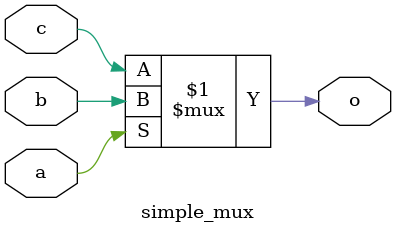
<source format=sv>
module simple_mux(input a, b, c, output o);
  assign o = a ? b : c;
endmodule
</source>
